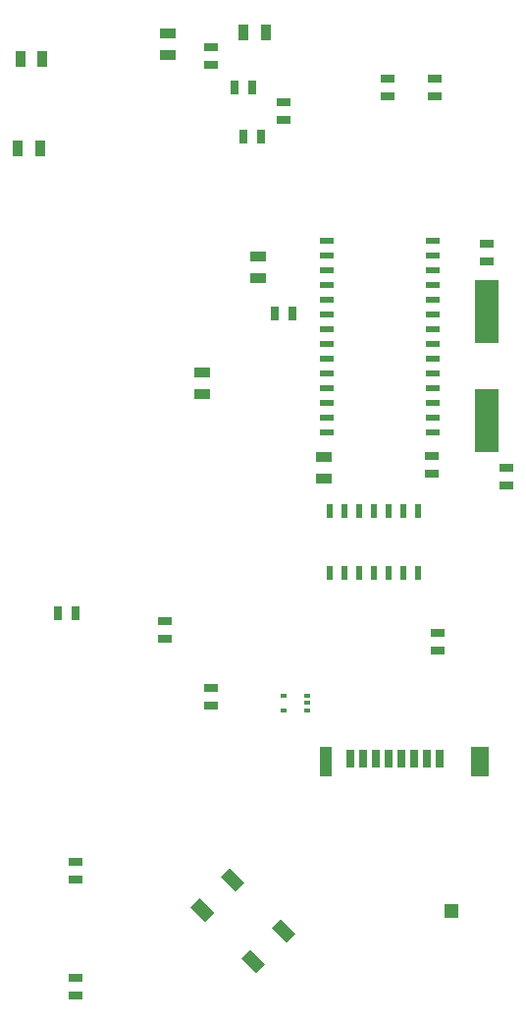
<source format=gbp>
G04 (created by PCBNEW-RS274X (2011-12-21 BZR 3253)-stable) date 08/08/2012 23:37:51*
G01*
G70*
G90*
%MOIN*%
G04 Gerber Fmt 3.4, Leading zero omitted, Abs format*
%FSLAX34Y34*%
G04 APERTURE LIST*
%ADD10C,0.006000*%
%ADD11R,0.020000X0.012000*%
%ADD12R,0.035000X0.055000*%
%ADD13R,0.055000X0.035000*%
%ADD14R,0.045000X0.025000*%
%ADD15R,0.025000X0.045000*%
%ADD16R,0.027600X0.059100*%
%ADD17R,0.059100X0.102400*%
%ADD18R,0.039400X0.102400*%
%ADD19R,0.047200X0.047200*%
%ADD20R,0.050000X0.020000*%
%ADD21R,0.020000X0.045000*%
%ADD22R,0.078700X0.216500*%
G04 APERTURE END LIST*
G54D10*
G54D11*
X31896Y-62447D03*
X31896Y-62947D03*
X31096Y-62447D03*
X31896Y-62697D03*
X31096Y-62947D03*
G54D12*
X22164Y-40846D03*
X22914Y-40846D03*
X22066Y-43898D03*
X22816Y-43898D03*
G54D13*
X32480Y-54349D03*
X32480Y-55099D03*
X28346Y-51495D03*
X28346Y-52245D03*
X27165Y-39979D03*
X27165Y-40729D03*
G54D12*
X29743Y-39961D03*
X30493Y-39961D03*
G54D13*
X30217Y-48308D03*
X30217Y-47558D03*
G54D14*
X24016Y-72643D03*
X24016Y-72043D03*
X36319Y-60330D03*
X36319Y-60930D03*
G54D15*
X30802Y-49508D03*
X31402Y-49508D03*
G54D14*
X24016Y-68106D03*
X24016Y-68706D03*
G54D15*
X29424Y-41831D03*
X30024Y-41831D03*
G54D14*
X28642Y-40448D03*
X28642Y-41048D03*
X31102Y-42918D03*
X31102Y-42318D03*
X38681Y-54720D03*
X38681Y-55320D03*
X36122Y-54926D03*
X36122Y-54326D03*
G54D15*
X29720Y-43504D03*
X30320Y-43504D03*
G54D14*
X28642Y-62200D03*
X28642Y-62800D03*
X27067Y-59936D03*
X27067Y-60536D03*
X37992Y-47741D03*
X37992Y-47141D03*
G54D15*
X23420Y-59646D03*
X24020Y-59646D03*
G54D16*
X36398Y-64606D03*
X35965Y-64606D03*
X35532Y-64606D03*
X35099Y-64606D03*
X34666Y-64606D03*
X34232Y-64606D03*
X33799Y-64606D03*
X33366Y-64606D03*
G54D17*
X37776Y-64685D03*
G54D18*
X32540Y-64685D03*
G54D19*
X36792Y-69764D03*
G54D20*
X32550Y-53545D03*
X32550Y-53045D03*
X32550Y-52545D03*
X32550Y-52045D03*
X32550Y-51545D03*
X32550Y-51045D03*
X32550Y-50545D03*
X32550Y-50045D03*
X32550Y-49545D03*
X32550Y-49045D03*
X32550Y-48545D03*
X32550Y-48045D03*
X32550Y-47545D03*
X32550Y-47045D03*
X36150Y-47045D03*
X36150Y-47545D03*
X36150Y-48045D03*
X36150Y-48545D03*
X36150Y-49045D03*
X36150Y-49545D03*
X36150Y-50045D03*
X36150Y-50545D03*
X36150Y-51045D03*
X36150Y-51545D03*
X36150Y-52045D03*
X36150Y-52545D03*
X36150Y-53045D03*
X36150Y-53545D03*
G54D21*
X32654Y-56183D03*
X33154Y-56183D03*
X33654Y-56183D03*
X34154Y-56183D03*
X34654Y-56183D03*
X35154Y-56183D03*
X35654Y-56183D03*
X35654Y-58283D03*
X35154Y-58283D03*
X34654Y-58283D03*
X34154Y-58283D03*
X33654Y-58283D03*
X33154Y-58283D03*
X32654Y-58283D03*
G54D22*
X37992Y-49430D03*
X37992Y-53130D03*
G54D14*
X36220Y-42131D03*
X36220Y-41531D03*
X34646Y-42131D03*
X34646Y-41531D03*
G54D10*
G36*
X31504Y-70525D02*
X31199Y-70830D01*
X30698Y-70329D01*
X31003Y-70024D01*
X31504Y-70525D01*
X31504Y-70525D01*
G37*
G36*
X29779Y-68800D02*
X29474Y-69105D01*
X28973Y-68604D01*
X29278Y-68299D01*
X29779Y-68800D01*
X29779Y-68800D01*
G37*
G36*
X28750Y-69829D02*
X28445Y-70134D01*
X27944Y-69633D01*
X28249Y-69328D01*
X28750Y-69829D01*
X28750Y-69829D01*
G37*
G36*
X30475Y-71554D02*
X30170Y-71859D01*
X29669Y-71358D01*
X29974Y-71053D01*
X30475Y-71554D01*
X30475Y-71554D01*
G37*
M02*

</source>
